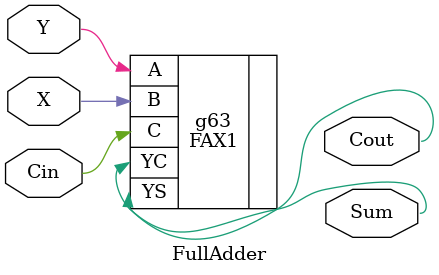
<source format=v>


// Verification Directory fv/FullAdder 

module FullAdder(X, Y, Cin, Cout, Sum);
  input X, Y, Cin;
  output Cout, Sum;
  wire X, Y, Cin;
  wire Cout, Sum;
  FAX1 g63(.A (Y), .B (X), .C (Cin), .YC (Cout), .YS (Sum));
endmodule


</source>
